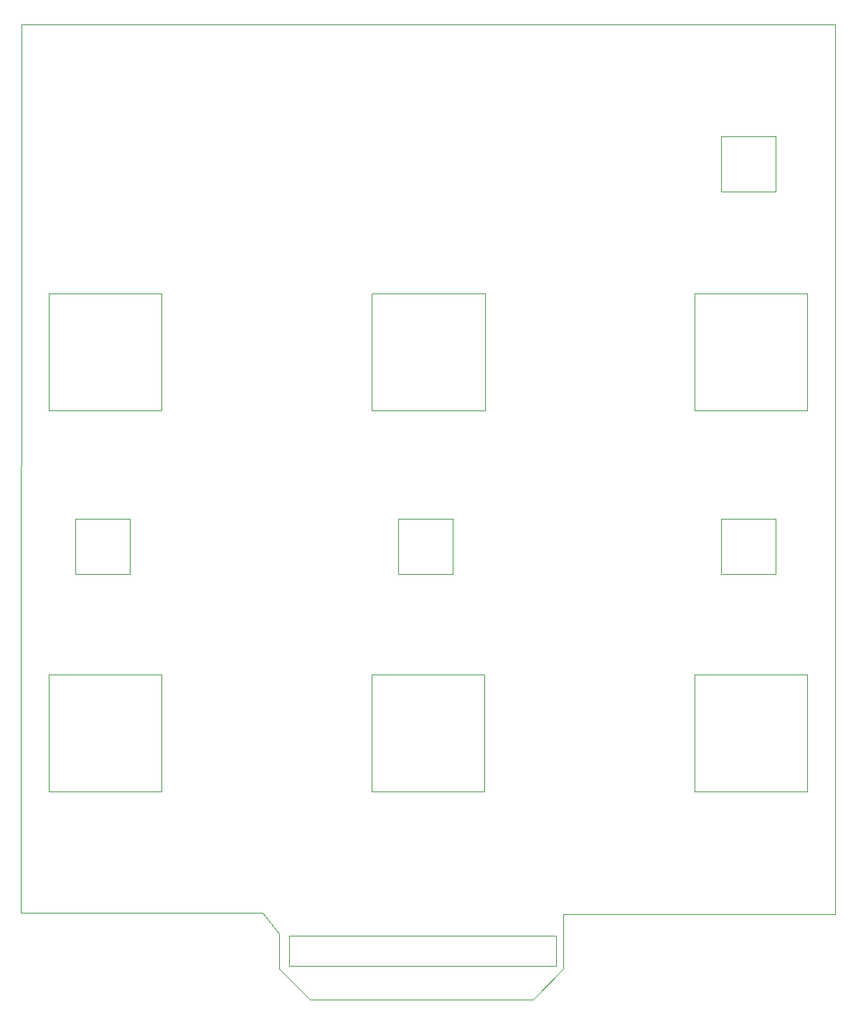
<source format=gbr>
%TF.GenerationSoftware,KiCad,Pcbnew,(5.1.9)-1*%
%TF.CreationDate,2021-09-12T20:22:20+01:00*%
%TF.ProjectId,KOSMOS LFO6,4b4f534d-4f53-4204-9c46-4f362e6b6963,rev?*%
%TF.SameCoordinates,Original*%
%TF.FileFunction,Other,User*%
%FSLAX46Y46*%
G04 Gerber Fmt 4.6, Leading zero omitted, Abs format (unit mm)*
G04 Created by KiCad (PCBNEW (5.1.9)-1) date 2021-09-12 20:22:20*
%MOMM*%
%LPD*%
G01*
G04 APERTURE LIST*
%TA.AperFunction,Profile*%
%ADD10C,0.050000*%
%TD*%
%ADD11C,0.050000*%
G04 APERTURE END LIST*
D10*
X50368000Y-127195000D02*
X48463000Y-124782000D01*
X83896000Y-131386000D02*
X80340000Y-135000000D01*
X83896000Y-124909000D02*
X83896000Y-131386000D01*
X116027000Y-124909000D02*
X83896000Y-124909000D01*
X50368000Y-131386000D02*
X54051000Y-135000000D01*
X50368000Y-127195000D02*
X50368000Y-131386000D01*
X19888000Y-124782000D02*
X48463000Y-124782000D01*
X54051000Y-135000000D02*
X80340000Y-135000000D01*
X20000000Y-20000000D02*
X116000000Y-20000000D01*
X116000000Y-20000000D02*
X116027000Y-124909000D01*
X20000000Y-20000000D02*
X19888000Y-124782000D01*
D11*
%TO.C,RV3*%
X74670000Y-65485000D02*
X74670000Y-51735000D01*
X61330000Y-65485000D02*
X74670000Y-65485000D01*
X61330000Y-51735000D02*
X61330000Y-65485000D01*
X74670000Y-51735000D02*
X61330000Y-51735000D01*
%TO.C,RV4*%
X36530000Y-65485000D02*
X36530000Y-51735000D01*
X23190000Y-65485000D02*
X36530000Y-65485000D01*
X23190000Y-51735000D02*
X23190000Y-65485000D01*
X36530000Y-51735000D02*
X23190000Y-51735000D01*
%TO.C,D5*%
X108960000Y-39705000D02*
X108960000Y-33205000D01*
X108960000Y-33205000D02*
X102510000Y-33205000D01*
X102510000Y-33205000D02*
X102510000Y-39705000D01*
X102510000Y-39705000D02*
X108960000Y-39705000D01*
%TO.C,D10*%
X32770000Y-78290000D02*
X26320000Y-78290000D01*
X32770000Y-84790000D02*
X32770000Y-78290000D01*
X26320000Y-84790000D02*
X32770000Y-84790000D01*
X26320000Y-78290000D02*
X26320000Y-84790000D01*
%TO.C,D11*%
X64420000Y-78290000D02*
X64420000Y-84790000D01*
X64420000Y-84790000D02*
X70870000Y-84790000D01*
X70870000Y-84790000D02*
X70870000Y-78290000D01*
X70870000Y-78290000D02*
X64420000Y-78290000D01*
%TO.C,D14*%
X108970000Y-78290000D02*
X102520000Y-78290000D01*
X108970000Y-84790000D02*
X108970000Y-78290000D01*
X102520000Y-84790000D02*
X108970000Y-84790000D01*
X102520000Y-78290000D02*
X102520000Y-84790000D01*
%TO.C,J2*%
X83095000Y-131020000D02*
X51595000Y-131020000D01*
X83095000Y-127470000D02*
X83095000Y-131020000D01*
X51595000Y-127470000D02*
X83095000Y-127470000D01*
X51595000Y-131020000D02*
X51595000Y-127470000D01*
%TO.C,RV1*%
X112730000Y-65485000D02*
X112730000Y-51735000D01*
X99390000Y-65485000D02*
X112730000Y-65485000D01*
X99390000Y-51735000D02*
X99390000Y-65485000D01*
X112730000Y-51735000D02*
X99390000Y-51735000D01*
%TO.C,RV2*%
X74630000Y-110455000D02*
X74630000Y-96705000D01*
X61290000Y-110455000D02*
X74630000Y-110455000D01*
X61290000Y-96705000D02*
X61290000Y-110455000D01*
X74630000Y-96705000D02*
X61290000Y-96705000D01*
%TO.C,RV6*%
X36530000Y-96705000D02*
X23190000Y-96705000D01*
X23190000Y-96705000D02*
X23190000Y-110455000D01*
X23190000Y-110455000D02*
X36530000Y-110455000D01*
X36530000Y-110455000D02*
X36530000Y-96705000D01*
%TO.C,RV7*%
X112730000Y-96705000D02*
X99390000Y-96705000D01*
X99390000Y-96705000D02*
X99390000Y-110455000D01*
X99390000Y-110455000D02*
X112730000Y-110455000D01*
X112730000Y-110455000D02*
X112730000Y-96705000D01*
%TD*%
M02*

</source>
